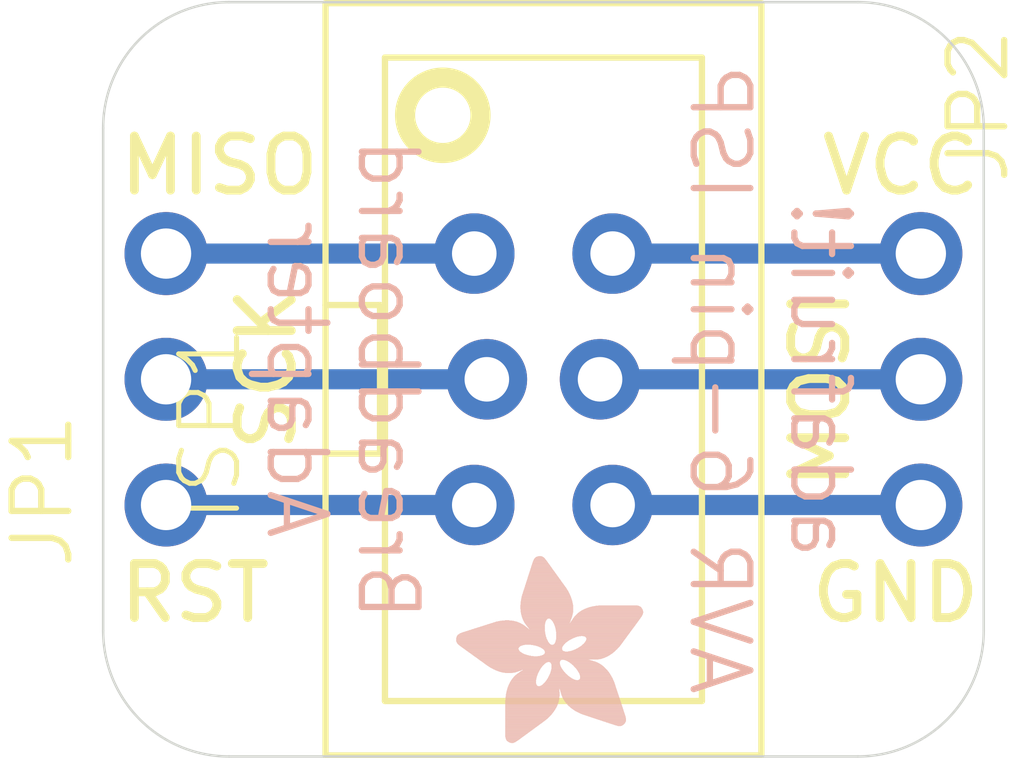
<source format=kicad_pcb>
(kicad_pcb (version 20221018) (generator pcbnew)
  (layers (0 "F.Cu" signal) (31 "B.Cu" signal) (34 "B.Paste" user) (35 "F.Paste" user) (36 "B.SilkS" user "B.Silkscreen") (37 "F.SilkS" user "F.Silkscreen") (38 "B.Mask" user) (39 "F.Mask" user) (44 "Edge.Cuts" user))
  (net 0 "")
  (net 1 "RST")
  (net 2 "SCK")
  (net 3 "MISO")
  (net 4 "VCC")
  (net 5 "MOSI")
  (net 6 "GND")
  (footprint "working:1X03-CLEANBIG" (layer "F.Cu") (at 140.8811 105.0036 90)
    (fp_text reference "JP1" (at -3.8862 -1.8288 90) (layer "F.SilkS") (effects (font (size 1.143 1.143) (thickness 0.127)) (justify left bottom)))
    (fp_text value "")
    (pad "1" thru_hole circle (at -2.54 0 180) (size 1.6764 1.6764) (drill 1.016) (layers "*.Cu" "*.Mask") (net 1 "RST"))
    (pad "2" thru_hole circle (at 0 0 180) (size 1.6764 1.6764) (drill 1.016) (layers "*.Cu" "*.Mask") (net 2 "SCK"))
    (pad "3" thru_hole circle (at 2.54 0 180) (size 1.6764 1.6764) (drill 1.016) (layers "*.Cu" "*.Mask") (net 3 "MISO"))
  )
  (footprint "working:1X03-CLEANBIG" (layer "F.Cu") (at 156.1211 105.0036 -90)
    (fp_text reference "JP2" (at -3.8862 -1.8288 -90) (layer "F.SilkS") (effects (font (size 1.143 1.143) (thickness 0.127)) (justify left bottom)))
    (fp_text value "")
    (pad "1" thru_hole circle (at -2.54 0) (size 1.6764 1.6764) (drill 1.016) (layers "*.Cu" "*.Mask") (net 4 "VCC"))
    (pad "2" thru_hole circle (at 0 0) (size 1.6764 1.6764) (drill 1.016) (layers "*.Cu" "*.Mask") (net 5 "MOSI"))
    (pad "3" thru_hole circle (at 2.54 0) (size 1.6764 1.6764) (drill 1.016) (layers "*.Cu" "*.Mask") (net 6 "GND"))
  )
  (footprint "working:AVRISP-BOX" (layer "F.Cu") (at 148.5011 105.0036)
    (fp_text reference "ISP1" (at -6.048 2.948 90) (layer "F.SilkS") (effects (font (size 1.1684 1.1684) (thickness 0.1016)) (justify left bottom)))
    (fp_text value "AVRISP-BOX" hide)
    (pad "1" thru_hole circle (at -1.397 -2.54) (size 1.6256 1.6256) (drill 0.9) (layers "*.Cu" "*.Mask") (net 3 "MISO"))
    (pad "2" thru_hole circle (at 1.397 -2.54) (size 1.6256 1.6256) (drill 0.9) (layers "*.Cu" "*.Mask") (net 4 "VCC"))
    (pad "3" thru_hole circle (at -1.143 0) (size 1.6256 1.6256) (drill 0.9) (layers "*.Cu" "*.Mask") (net 2 "SCK"))
    (pad "4" thru_hole circle (at 1.143 0) (size 1.6256 1.6256) (drill 0.9) (layers "*.Cu" "*.Mask") (net 5 "MOSI"))
    (pad "5" thru_hole circle (at -1.397 2.54) (size 1.6256 1.6256) (drill 0.9) (layers "*.Cu" "*.Mask") (net 1 "RST"))
    (pad "6" thru_hole circle (at 1.397 2.54) (size 1.6256 1.6256) (drill 0.9) (layers "*.Cu" "*.Mask") (net 6 "GND"))
  )
  (footprint "working:ADAFRUIT_3.5MM" (layer "B.Cu") (at 150.5331 112.3696 180)
    (fp_text reference "U$1" hide)
    (fp_text value "" hide)
  )
  (gr_circle (center 146.4691 99.6696) (end 147.2311 99.6696) (stroke (width 0.4064)) (fill none) (layer "F.SilkS"))
  (gr_line (start 139.6111 99.9236) (end 139.6111 110.0836) (stroke (width 0.05)) (layer "Edge.Cuts"))
  (gr_arc (start 142.1511 112.6236) (mid 140.355049 111.879651) (end 139.6111 110.0836) (stroke (width 0.05)) (layer "Edge.Cuts"))
  (gr_line (start 157.3911 110.0836) (end 157.3911 99.9236) (stroke (width 0.05)) (layer "Edge.Cuts"))
  (gr_arc (start 139.6111 99.9236) (mid 140.355049 98.127549) (end 142.1511 97.3836) (stroke (width 0.05)) (layer "Edge.Cuts"))
  (gr_line (start 142.1511 112.6236) (end 154.8511 112.6236) (stroke (width 0.05)) (layer "Edge.Cuts"))
  (gr_line (start 154.8511 97.3836) (end 142.1511 97.3836) (stroke (width 0.05)) (layer "Edge.Cuts"))
  (gr_arc (start 154.8511 97.3836) (mid 156.647151 98.127549) (end 157.3911 99.9236) (stroke (width 0.05)) (layer "Edge.Cuts"))
  (gr_arc (start 157.3911 110.0836) (mid 156.647151 111.879651) (end 154.8511 112.6236) (stroke (width 0.05)) (layer "Edge.Cuts"))
  (gr_text "Breadboard\nAdapter" (at 144.4371 105.0036 -90) (layer "B.SilkS") (effects (font (size 1.143 1.143) (thickness 0.127)) (justify mirror)))
  (gr_text "adafruit!" (at 154.0891 105.0036 -90) (layer "B.SilkS") (effects (font (size 1.143 1.143) (thickness 0.127)) (justify mirror)))
  (gr_text "AVR 6-pin ISP" (at 152.0571 105.0036 -90) (layer "B.SilkS") (effects (font (size 1.143 1.143) (thickness 0.127)) (justify mirror)))
  (gr_text "RST" (at 139.8651 109.3216) (layer "F.SilkS") (effects (font (size 1.0922 1.0922) (thickness 0.1778)) (justify left)))
  (gr_text "VCC" (at 157.3911 100.6856) (layer "F.SilkS") (effects (font (size 1.0922 1.0922) (thickness 0.1778)) (justify right)))
  (gr_text "MISO" (at 139.8651 100.6856) (layer "F.SilkS") (effects (font (size 1.0922 1.0922) (thickness 0.1778)) (justify left)))
  (gr_text "SCK" (at 142.9131 106.5276 90) (layer "F.SilkS") (effects (font (size 1.0922 1.0922) (thickness 0.1778)) (justify left)))
  (gr_text "GND" (at 157.3911 109.3216) (layer "F.SilkS") (effects (font (size 1.0922 1.0922) (thickness 0.1778)) (justify right)))
  (gr_text "MOSI" (at 154.0891 107.2896 90) (layer "F.SilkS") (effects (font (size 1.0922 1.0922) (thickness 0.1778)) (justify left)))
  (segment (start 140.8811 107.5436) (end 147.1041 107.5436) (width 0.4064) (layer "B.Cu") (net 1))
  (segment (start 140.8811 105.0036) (end 147.3581 105.0036) (width 0.4064) (layer "B.Cu") (net 2))
  (segment (start 140.8811 102.4636) (end 147.1041 102.4636) (width 0.4064) (layer "B.Cu") (net 3))
  (segment (start 149.8981 102.4636) (end 156.1211 102.4636) (width 0.4064) (layer "B.Cu") (net 4))
  (segment (start 149.6441 105.0036) (end 156.1211 105.0036) (width 0.4064) (layer "B.Cu") (net 5))
  (segment (start 156.1211 107.5436) (end 149.8981 107.5436) (width 0.4064) (layer "B.Cu") (net 6))
)
</source>
